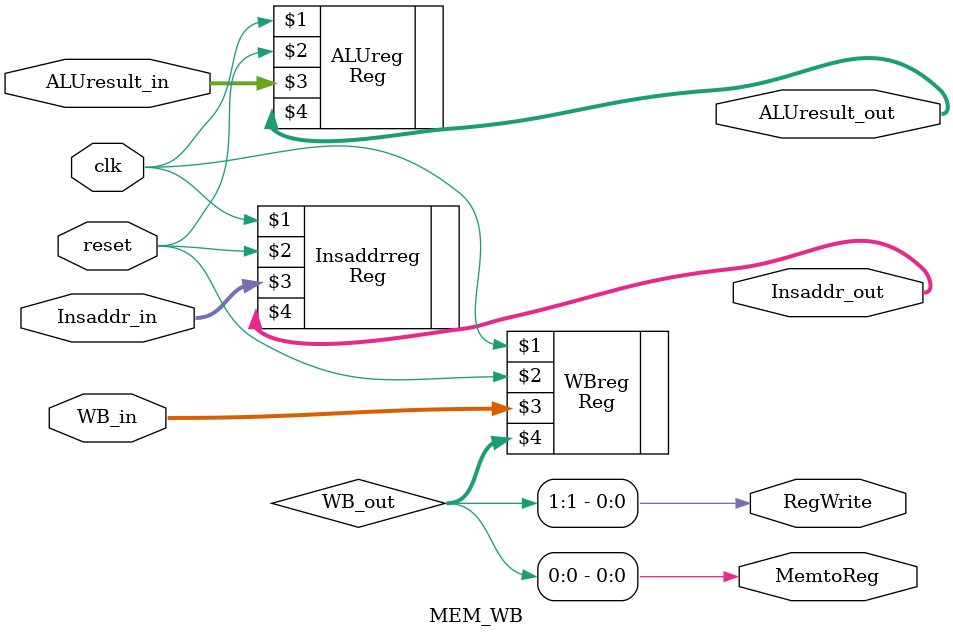
<source format=v>
`timescale 1ns / 1ps
module MEM_WB(
	 input clk,
	 input reset,
	 input [1:0] WB_in,
	 input [31:0] ALUresult_in,
	 output [31:0] ALUresult_out,
	 input [4:0] Insaddr_in,
	 output [4:0] Insaddr_out,
	 output RegWrite,
	 output MemtoReg
	 );
wire [1:0] WB_out;
assign RegWrite = WB_out[1:1];
assign MemtoReg = WB_out[0:0];
Reg #(1)WBreg(clk,reset,WB_in,WB_out);
//Reg RAMreg(clk,reset,Readdata_in,Readdata_out);
Reg ALUreg(clk,reset,ALUresult_in,ALUresult_out);
Reg #(4)Insaddrreg(clk,reset,Insaddr_in,Insaddr_out);
endmodule

</source>
